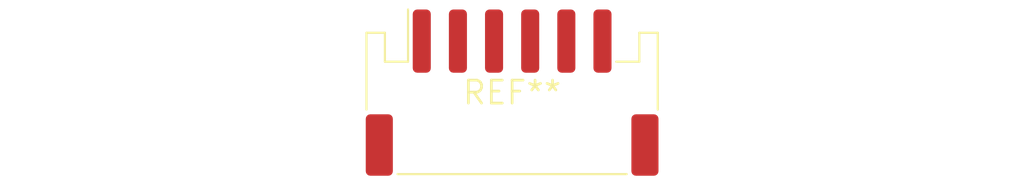
<source format=kicad_pcb>
(kicad_pcb (version 20240108) (generator pcbnew)
  (layers (0 "F.Cu" signal) (31 "B.Cu" signal) (34 "B.Paste" user) (35 "F.Paste" user) (36 "B.SilkS" user "B.Silkscreen") (37 "F.SilkS" user "F.Silkscreen") (38 "B.Mask" user) (39 "F.Mask" user) (44 "Edge.Cuts" user))
  (net 0 "")
  (footprint "JST_PH_S6B-PH-SM4-TB_1x06-1MP_P2.00mm_Horizontal" (layer "F.Cu") (at 0 0)
    (property "Reference" "REF**")
    (property "Value" "JST_PH_S6B-PH-SM4-TB_1x06-1MP_P2.00mm_Horizontal")
    (fp_line (start -8.06 -3.31) (end -7.04 -3.31) (layer "F.SilkS") (stroke (width 0.12)))
    (fp_line (start -8.06 0.94) (end -8.06 -3.31) (layer "F.SilkS") (stroke (width 0.12)))
    (fp_line (start -7.04 -3.31) (end -7.04 -1.71) (layer "F.SilkS") (stroke (width 0.12)))
    (fp_line (start -7.04 -1.71) (end -5.76 -1.71) (layer "F.SilkS") (stroke (width 0.12)))
    (fp_line (start -6.34 4.51) (end 6.34 4.51) (layer "F.SilkS") (stroke (width 0.12)))
    (fp_line (start -5.76 -1.71) (end -5.76 -4.6) (layer "F.SilkS") (stroke (width 0.12)))
    (fp_line (start 7.04 -3.31) (end 7.04 -1.71) (layer "F.SilkS") (stroke (width 0.12)))
    (fp_line (start 7.04 -1.71) (end 5.76 -1.71) (layer "F.SilkS") (stroke (width 0.12)))
    (fp_line (start 8.06 -3.31) (end 7.04 -3.31) (layer "F.SilkS") (stroke (width 0.12)))
    (fp_line (start 8.06 0.94) (end 8.06 -3.31) (layer "F.SilkS") (stroke (width 0.12)))
    (pad "1" smd roundrect (at -5 -2.85) (size 1 3.5) (layers "F.Cu" "F.Paste" "F.Mask"))
    (pad "2" smd roundrect (at -3 -2.85) (size 1 3.5) (layers "F.Cu" "F.Paste" "F.Mask"))
    (pad "3" smd roundrect (at -1 -2.85) (size 1 3.5) (layers "F.Cu" "F.Paste" "F.Mask"))
    (pad "4" smd roundrect (at 1 -2.85) (size 1 3.5) (layers "F.Cu" "F.Paste" "F.Mask"))
    (pad "5" smd roundrect (at 3 -2.85) (size 1 3.5) (layers "F.Cu" "F.Paste" "F.Mask"))
    (pad "6" smd roundrect (at 5 -2.85) (size 1 3.5) (layers "F.Cu" "F.Paste" "F.Mask"))
    (pad "MP" smd roundrect (at -7.35 2.9) (size 1.5 3.4) (layers "F.Cu" "F.Paste" "F.Mask") (roundrect_rratio 0.166667))
    (pad "MP" smd roundrect (at 7.35 2.9) (size 1.5 3.4) (layers "F.Cu" "F.Paste" "F.Mask") (roundrect_rratio 0.166667))
  )
)
</source>
